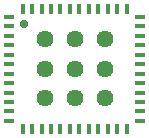
<source format=gbr>
G04 DipTrace 3.3.1.0*
G04 BottomMask.gbr*
%MOMM*%
G04 #@! TF.FileFunction,Soldermask,Bot*
G04 #@! TF.Part,Single*
%ADD57R,0.94X0.44*%
%ADD59R,0.44X0.94*%
%ADD61C,1.44*%
%ADD63C,1.44*%
%ADD69C,0.7*%
%FSLAX35Y35*%
G04*
G71*
G90*
G75*
G01*
G04 BotMask*
%LPD*%
D57*
X70000Y1020000D3*
Y940000D3*
Y860000D3*
Y780000D3*
Y700000D3*
Y620000D3*
Y540000D3*
Y460000D3*
Y380000D3*
Y300000D3*
Y220000D3*
Y140000D3*
D59*
X185000Y70000D3*
X265000D3*
X345000D3*
X425000D3*
X505000D3*
X585000D3*
X665000D3*
X745000D3*
X825000D3*
X905000D3*
X985000D3*
X1065000D3*
D57*
X1180000Y140000D3*
Y220000D3*
Y300000D3*
Y380000D3*
Y460000D3*
Y540000D3*
Y620000D3*
Y700000D3*
Y780000D3*
Y860000D3*
Y940000D3*
Y1020000D3*
D59*
X1065000Y1090000D3*
X985000D3*
X905000D3*
X825000D3*
X745000D3*
X665000D3*
X585000D3*
X505000D3*
X425000D3*
X345000D3*
X265000D3*
X185000D3*
D61*
X370000Y830000D3*
Y580000D3*
X625000Y830000D3*
Y580000D3*
X880000Y830000D3*
Y580000D3*
D63*
Y330000D3*
X625000D3*
D61*
X370000D3*
D69*
X200000Y960000D3*
M02*

</source>
